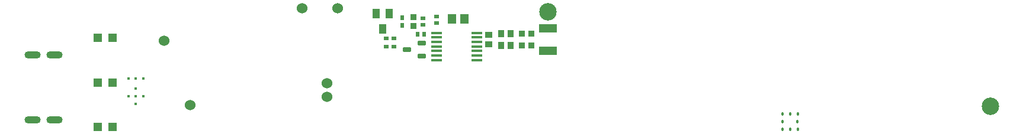
<source format=gbr>
%TF.GenerationSoftware,Altium Limited,Altium Designer,19.0.15 (446)*%
G04 Layer_Color=255*
%FSLAX45Y45*%
%MOMM*%
%TF.FileFunction,Pads,Bot*%
%TF.Part,Single*%
G01*
G75*
%TA.AperFunction,SMDPad,CuDef*%
%ADD12R,0.60000X0.75000*%
%ADD13R,0.64000X0.60000*%
%ADD14R,0.60000X0.64000*%
%ADD15R,0.75000X0.60000*%
%ADD17R,0.85000X0.95000*%
%ADD21R,0.90000X1.00000*%
%ADD34R,0.95000X0.85000*%
%ADD39R,1.20000X1.20000*%
%ADD64R,1.00000X0.90000*%
%TA.AperFunction,ComponentPad*%
%ADD91C,0.40000*%
G04:AMPARAMS|DCode=92|XSize=1mm|YSize=2.3mm|CornerRadius=0.5mm|HoleSize=0mm|Usage=FLASHONLY|Rotation=270.000|XOffset=0mm|YOffset=0mm|HoleType=Round|Shape=RoundedRectangle|*
%AMROUNDEDRECTD92*
21,1,1.00000,1.30000,0,0,270.0*
21,1,0.00000,2.30000,0,0,270.0*
1,1,1.00000,-0.65000,0.00000*
1,1,1.00000,-0.65000,0.00000*
1,1,1.00000,0.65000,0.00000*
1,1,1.00000,0.65000,0.00000*
%
%ADD92ROUNDEDRECTD92*%
%ADD93C,1.52400*%
%ADD94C,0.45720*%
%TA.AperFunction,ViaPad*%
%ADD95C,2.50000*%
%ADD96C,1.52400*%
%TA.AperFunction,SMDPad,CuDef*%
G04:AMPARAMS|DCode=101|XSize=1.57mm|YSize=0.41mm|CornerRadius=0.05125mm|HoleSize=0mm|Usage=FLASHONLY|Rotation=0.000|XOffset=0mm|YOffset=0mm|HoleType=Round|Shape=RoundedRectangle|*
%AMROUNDEDRECTD101*
21,1,1.57000,0.30750,0,0,0.0*
21,1,1.46750,0.41000,0,0,0.0*
1,1,0.10250,0.73375,-0.15375*
1,1,0.10250,-0.73375,-0.15375*
1,1,0.10250,-0.73375,0.15375*
1,1,0.10250,0.73375,0.15375*
%
%ADD101ROUNDEDRECTD101*%
G04:AMPARAMS|DCode=102|XSize=1.23mm|YSize=0.6mm|CornerRadius=0.075mm|HoleSize=0mm|Usage=FLASHONLY|Rotation=180.000|XOffset=0mm|YOffset=0mm|HoleType=Round|Shape=RoundedRectangle|*
%AMROUNDEDRECTD102*
21,1,1.23000,0.45000,0,0,180.0*
21,1,1.08000,0.60000,0,0,180.0*
1,1,0.15000,-0.54000,0.22500*
1,1,0.15000,0.54000,0.22500*
1,1,0.15000,0.54000,-0.22500*
1,1,0.15000,-0.54000,-0.22500*
%
%ADD102ROUNDEDRECTD102*%
%ADD103R,1.00000X1.40000*%
%ADD104R,1.15000X1.35000*%
%ADD105R,2.50000X1.15000*%
D12*
X6596351Y2938795D02*
D03*
Y2823795D02*
D03*
D13*
X7089580Y2951287D02*
D03*
Y2863287D02*
D03*
X6896076Y2925287D02*
D03*
Y2837287D02*
D03*
D14*
X6819055Y2701834D02*
D03*
X6907055D02*
D03*
D15*
X6478587Y2525138D02*
D03*
X6363587D02*
D03*
Y2643720D02*
D03*
X6478587D02*
D03*
D17*
X8439354Y2710743D02*
D03*
X8309354D02*
D03*
X8439354Y2534723D02*
D03*
X8309354D02*
D03*
D21*
X8144675Y2710743D02*
D03*
X8009675D02*
D03*
Y2534723D02*
D03*
X8144675D02*
D03*
D34*
X6758916Y2816295D02*
D03*
Y2946295D02*
D03*
D39*
X2457175Y2646275D02*
D03*
X2247175D02*
D03*
Y2008775D02*
D03*
X2457175D02*
D03*
Y1373775D02*
D03*
X2247175D02*
D03*
D64*
X7835875Y2689343D02*
D03*
Y2554343D02*
D03*
D91*
X2787955Y1808915D02*
D03*
X2680455D02*
D03*
X2895454D02*
D03*
X2787955Y1697915D02*
D03*
Y1919915D02*
D03*
Y2061414D02*
D03*
X2680455D02*
D03*
X2895454D02*
D03*
D92*
X1310055Y1469052D02*
D03*
X1625055D02*
D03*
X1310055Y2399052D02*
D03*
X1625055D02*
D03*
D93*
X5166335Y3068295D02*
D03*
X5669238D02*
D03*
D94*
X12244975Y1447475D02*
D03*
X12137475Y1337475D02*
D03*
Y1557475D02*
D03*
X12027475Y1447475D02*
D03*
X12247475Y1337475D02*
D03*
X12027475D02*
D03*
X12247475Y1557475D02*
D03*
X12027475D02*
D03*
D95*
X15001215Y1668755D02*
D03*
X8679155Y3017495D02*
D03*
D96*
X3568675Y1681455D02*
D03*
X3190215Y2603804D02*
D03*
X5524475Y1993875D02*
D03*
Y1798909D02*
D03*
D101*
X7089580Y2328906D02*
D03*
Y2393906D02*
D03*
Y2458906D02*
D03*
Y2523906D02*
D03*
Y2588906D02*
D03*
Y2653906D02*
D03*
Y2718906D02*
D03*
X7663580D02*
D03*
Y2653906D02*
D03*
Y2588906D02*
D03*
Y2523906D02*
D03*
Y2458906D02*
D03*
Y2393906D02*
D03*
Y2328906D02*
D03*
D102*
X6659516Y2476475D02*
D03*
X6871516Y2381475D02*
D03*
Y2571475D02*
D03*
D103*
X6317975Y2777175D02*
D03*
X6412975Y2997175D02*
D03*
X6222975D02*
D03*
D104*
X7482775Y2918435D02*
D03*
X7307775D02*
D03*
D105*
X8676159Y2465926D02*
D03*
Y2780926D02*
D03*
%TF.MD5,7e78a2fda8a19db0c550652ef0027ff7*%
M02*

</source>
